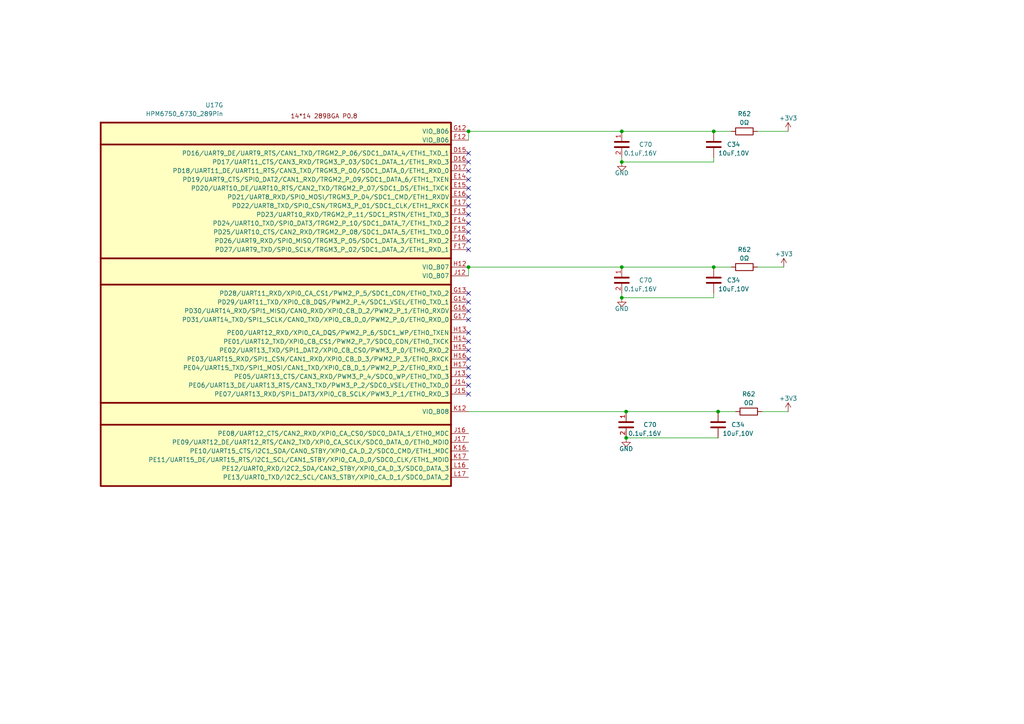
<source format=kicad_sch>
(kicad_sch (version 20230121) (generator eeschema)
  (paper "A4")
  (lib_symbols
    (symbol "0.1uF,16V_1" (pin_names (offset 0.254))
      (property "Reference" "C" (at 0.635 2.54 0))
      (property "Value" "0.1uF,16V_1" (at 0.635 -2.54 0))
      (symbol "0.1uF,16V_1_1_1"
        (pin passive line (at 0 3.81 270) (length 2.794) (name "~") (number "1"))
        (pin passive line (at 0 -3.81 90) (length 2.794) (name "~") (number "2"))
      )
    )
    (symbol "02_HPM_Resis:0Ω" (pin_numbers hide) (pin_names (offset 0))
      (property "Reference" "R" (at -3.81 0.635 0))
      (property "Value" "0Ω" (at 5.08 0.635 0))
      (symbol "0Ω_1_1"
        (pin passive line (at -3.81 0 0) (length 1.27) (name "~") (number "1"))
        (pin passive line (at 3.81 0 180) (length 1.27) (name "~") (number "2"))
      )
    )
    (symbol "03_HPM_CAP:10uF,10V" (pin_numbers hide) (pin_names (offset 0.254))
      (property "Reference" "C" (at 0.635 2.54 0))
      (property "Value" "10uF,10V" (at 0.635 -2.54 0))
      (symbol "10uF,10V_1_1"
        (pin passive line (at 0 3.81 270) (length 2.794) (name "~") (number "1"))
        (pin passive line (at 0 -3.81 90) (length 2.794) (name "~") (number "2"))
      )
    )
    (symbol "0_HPM6000_Library:HPM6750_6730_289Pin"
      (property "Reference" "U" (at 1.27 1.27 0))
      (property "Value" "HPM6750_6730_289Pin" (at 15.24 1.27 0))
      (symbol "HPM6750_6730_289Pin_0_0"
        (text "14*14 289BGA P0.8" (at 36.83 1.905 0) (effects (font (size 1.27 1.27))))
      )
      (symbol "HPM6750_6730_289Pin_1_1"
        (text "Analog_Domain" (at 11.43 -60.96 0) (effects (font (size 1.778 1.778))))
        (text "DCDC" (at 26.67 -7.62 0) (effects (font (size 1.27 1.27))))
        (text "DCDC_Domain" (at 10.16 -2.54 0) (effects (font (size 1.778 1.778))))
        (text "Vcore_Domain" (at 10.795 -37.465 0) (effects (font (size 1.778 1.778))))
        (pin power_out line (at 60.96 -86.36 180) (length 5.08) (name "VSS") (number "A1"))
        (pin power_out line (at 60.96 -88.9 180) (length 5.08) (name "VSS") (number "A17"))
        (pin power_out line (at 60.96 -93.98 180) (length 5.08) (name "VSS") (number "C11"))
        (pin power_out line (at 60.96 -91.44 180) (length 5.08) (name "VSS") (number "C7"))
        (pin power_out line (at 60.96 -99.06 180) (length 5.08) (name "VSS") (number "D14"))
        (pin power_out line (at 60.96 -96.52 180) (length 5.08) (name "VSS") (number "D4"))
        (pin power_out line (at 60.96 -111.76 180) (length 5.08) (name "VSS") (number "G10"))
        (pin power_out line (at 60.96 -114.3 180) (length 5.08) (name "VSS") (number "G11"))
        (pin power_out line (at 60.96 -116.84 180) (length 5.08) (name "VSS") (number "G15"))
        (pin power_out line (at 60.96 -101.6 180) (length 5.08) (name "VSS") (number "G3"))
        (pin power_out line (at 60.96 -104.14 180) (length 5.08) (name "VSS") (number "G7"))
        (pin power_out line (at 60.96 -106.68 180) (length 5.08) (name "VSS") (number "G8"))
        (pin power_out line (at 60.96 -109.22 180) (length 5.08) (name "VSS") (number "G9"))
        (pin power_in line (at 60.96 -43.18 180) (length 5.08) (name "VDD_SOC") (number "H10"))
        (pin power_out line (at 60.96 -121.92 180) (length 5.08) (name "VSS") (number "H11"))
        (pin power_out line (at 60.96 -119.38 180) (length 5.08) (name "VSS") (number "H7"))
        (pin power_in line (at 60.96 -38.1 180) (length 5.08) (name "VDD_SOC") (number "H8"))
        (pin power_in line (at 60.96 -40.64 180) (length 5.08) (name "VDD_SOC") (number "H9"))
        (pin power_in line (at 60.96 -50.8 180) (length 5.08) (name "VDD_SOC") (number "J10"))
        (pin power_out line (at 60.96 -83.82 180) (length 5.08) (name "VSS") (number "J11"))
        (pin power_out line (at 60.96 -124.46 180) (length 5.08) (name "VSS") (number "J7"))
        (pin power_in line (at 60.96 -45.72 180) (length 5.08) (name "VDD_SOC") (number "J8"))
        (pin power_in line (at 60.96 -48.26 180) (length 5.08) (name "VDD_SOC") (number "J9"))
        (pin power_out line (at -5.08 -86.36 0) (length 5.08) (name "VSS") (number "K11"))
        (pin power_out line (at -5.08 -83.82 0) (length 5.08) (name "VSS") (number "K7"))
        (pin power_in line (at 60.96 -53.34 180) (length 5.08) (name "VDD_SOC") (number "K8"))
        (pin power_in line (at 60.96 -55.88 180) (length 5.08) (name "VDD_SOC") (number "K9"))
        (pin power_out line (at -5.08 -99.06 0) (length 5.08) (name "VSS") (number "L10"))
        (pin power_out line (at -5.08 -101.6 0) (length 5.08) (name "VSS") (number "L11"))
        (pin power_out line (at -5.08 -104.14 0) (length 5.08) (name "VSS") (number "L15"))
        (pin power_out line (at -5.08 -88.9 0) (length 5.08) (name "VSS") (number "L3"))
        (pin power_out line (at -5.08 -91.44 0) (length 5.08) (name "VSS") (number "L7"))
        (pin power_out line (at -5.08 -93.98 0) (length 5.08) (name "VSS") (number "L8"))
        (pin power_out line (at -5.08 -96.52 0) (length 5.08) (name "VSS") (number "L9"))
        (pin power_in line (at -5.08 -64.77 0) (length 5.08) (name "VANA") (number "N12"))
        (pin power_in line (at 60.96 -64.77 180) (length 5.08) (name "VREFH") (number "P12"))
        (pin power_out line (at 60.96 -76.2 180) (length 5.08) (name "VREFL") (number "P13"))
        (pin power_out line (at -5.08 -109.22 0) (length 5.08) (name "VSS") (number "P14"))
        (pin power_out line (at -5.08 -106.68 0) (length 5.08) (name "VSS") (number "P4"))
        (pin power_out line (at -5.08 -17.78 0) (length 5.08) (name "DCDC_GND") (number "R1"))
        (pin power_out line (at 60.96 -127 180) (length 5.08) (name "VSS") (number "R11"))
        (pin power_out line (at -5.08 -20.32 0) (length 5.08) (name "DCDC_GND") (number "R2"))
        (pin power_in line (at 60.96 -27.94 180) (length 5.08) (name "DCDC_SNS") (number "R3"))
        (pin power_out line (at -5.08 -111.76 0) (length 5.08) (name "VSS") (number "R7"))
        (pin power_out line (at -5.08 -114.3 0) (length 5.08) (name "VSS") (number "R8"))
        (pin power_out line (at 60.96 -8.89 180) (length 5.08) (name "DCDC_LP") (number "T1"))
        (pin power_out line (at -5.08 -116.84 0) (length 5.08) (name "VSS") (number "T11"))
        (pin power_out line (at 60.96 -6.35 180) (length 5.08) (name "DCDC_LP") (number "T2"))
        (pin power_in line (at -5.08 -29.21 0) (length 5.08) (name "DCDC_PSW") (number "T3"))
        (pin power_out line (at -5.08 -121.92 0) (length 5.08) (name "VSS") (number "U1"))
        (pin power_out line (at -5.08 -119.38 0) (length 5.08) (name "VSS") (number "U11"))
        (pin power_out line (at -5.08 -124.46 0) (length 5.08) (name "VSS") (number "U17"))
        (pin power_in line (at -5.08 -6.35 0) (length 5.08) (name "DCDC_IN") (number "U2"))
        (pin power_in line (at -5.08 -8.89 0) (length 5.08) (name "DCDC_IN") (number "U3"))
      )
      (symbol "HPM6750_6730_289Pin_2_1"
        (text "OSC" (at 2.54 -2.54 0) (effects (font (size 1.27 1.27))))
        (text "PMC_Domain" (at 6.35 -12.065 0) (effects (font (size 1.27 1.27))))
        (text "VBAT_Domain" (at 31.115 -12.065 0) (effects (font (size 1.27 1.27))))
        (pin input line (at -5.08 -6.35 0) (length 5.08) (name "XTAL_IN") (number "T10"))
        (pin output line (at 43.18 -16.51 180) (length 5.08) (name "RTC_XTAL_OUT") (number "T8"))
        (pin output line (at -5.08 -16.51 0) (length 5.08) (name "XTAL_OUT") (number "U10"))
        (pin input line (at 43.18 -6.35 180) (length 5.08) (name "RTC_XTAL_IN") (number "U8"))
      )
      (symbol "HPM6750_6730_289Pin_3_1"
        (text "LDO" (at 67.31 -16.51 0) (effects (font (size 1.27 1.27))))
        (text "LDO" (at 67.31 -6.35 0) (effects (font (size 1.27 1.27))))
        (text "VPMC_Domain_IO" (at 8.255 -24.765 0) (effects (font (size 1.27 1.27))))
        (text "VPMC_Domain_Power" (at 10.16 -2.54 0) (effects (font (size 1.27 1.27))))
        (pin power_out line (at 143.51 -16.51 180) (length 5.08) (name "VDD_OTPCAP") (number "M7"))
        (pin power_out line (at 143.51 -6.35 180) (length 5.08) (name "VDD_PMCCAP") (number "M9"))
        (pin bidirectional line (at -5.08 -52.07 0) (length 5.08) (name "PY09/URT.CTS/UART_CTS/TMR_CAPT_2/SOC_PY_09/GPTMR6_CAPT_0/UART2_RXD/SPI1_MISO/DAOR_N/ACMP_COMP_3") (number "N5"))
        (pin bidirectional line (at -5.08 -41.91 0) (length 5.08) (name "PY05/PWDG_RST/TMR_CAPT_0/SOC_PY_05/GPTMR6_CAPT_1/UART5_CTS/I2C3_SDA/SPI1_CSN/CAN0_STBY/DAOL_N/ACMP_COMP_0") (number "N6"))
        (pin bidirectional line (at -5.08 -49.53 0) (length 5.08) (name "PY08/URT.RTS/TMR_COMP_2/SOC_PY_08/GPTMR6_COMP_0/UART2_TXD/SPI1_SCLK/DAOR_P/ACMP_COMP_2") (number "P5"))
        (pin bidirectional line (at -5.08 -39.37 0) (length 5.08) (name "PY04/JTAG.TRST/TMR_COMP_0/SOC_PY_04/GPTMR6_COMP_1/UART5_DE/UART5_RTS/I2C3_SCL/SPI1_MOSI/CAN2_STBY/DAOL_P/ACMP_COMP_1") (number "P6"))
        (pin power_in line (at -5.08 -10.16 0) (length 5.08) (name "VPMC") (number "R4"))
        (pin bidirectional line (at -5.08 -36.83 0) (length 5.08) (name "PY03/JTAG.TMS/TMR_COMP_3/SOC_PY_03/UART6_CTS/SPI3_CSN/CAN0_RXD") (number "R5"))
        (pin bidirectional line (at -5.08 -34.29 0) (length 5.08) (name "PY02/JTAG.TCK/TMR_COMP_2/SOC_PY_02/UART6_DE/UART6_RTS/SPI3_SCLK/CAN0_TXD/I2S1_MCLK") (number "R6"))
        (pin bidirectional line (at -5.08 -57.15 0) (length 5.08) (name "PY11/VAD.DAT/TMR_CAPT_3/SOC_PY_11/UART7_CTS/CAN2_RXD/I2S1_RXD_0/PDM0_D_0") (number "T4"))
        (pin bidirectional line (at -5.08 -46.99 0) (length 5.08) (name "PY07/PUART_RXD/TMR_CAPT_1/SOC_PY_07/UART0_RXD/CAN1_RXD/I2S1_BCLK") (number "T5"))
        (pin bidirectional line (at -5.08 -31.75 0) (length 5.08) (name "PY01/JTAG.TDI/TMR_COMP_1/SOC_PY_01/UART4_CTS/I2C2_SDA/SPI3_MISO/I2S1_FCLK") (number "T6"))
        (pin power_in line (at -5.08 -5.08 0) (length 5.08) (name "VPMC") (number "T7"))
        (pin bidirectional line (at -5.08 -54.61 0) (length 5.08) (name "PY10/VAD.CLK/TMR_COMP_3/SOC_PY_10/UART7_DE/UART7_RTS/CAN2_TXD/I2S1_RXD_1/PDM0_CLK") (number "U4"))
        (pin bidirectional line (at -5.08 -44.45 0) (length 5.08) (name "PY06/PUART_TXD/TMR_COMP_1/SOC_PY_06/UART0_TXD/CAN1_TXD/I2S1_TXD_0") (number "U5"))
        (pin bidirectional line (at -5.08 -29.21 0) (length 5.08) (name "PY00/JTAG.TDO/TMR_COMP_0/SOC_PY_00/UART4_DE/UART4_RTS/I2C2_SCL/SPI3_MOSI/I2S1_TXD_1") (number "U6"))
        (pin power_in line (at -5.08 -7.62 0) (length 5.08) (name "VPMC") (number "U7"))
      )
      (symbol "HPM6750_6730_289Pin_4_1"
        (text "BAT_Domain_IO" (at 7.62 -17.78 0) (effects (font (size 1.27 1.27))))
        (text "BAT_Domain_Power" (at 11.43 -2.54 0) (effects (font (size 1.27 1.27))))
        (text "LDO" (at 52.07 -7.62 0) (effects (font (size 1.27 1.27))))
        (pin power_out line (at 110.49 -7.62 180) (length 5.08) (name "VDD_BATCAP") (number "M8"))
        (pin bidirectional line (at -5.08 -31.75 0) (length 5.08) (name "PZ04/PLED/SOC_PZ_04/GPTMR7_CAPT_0/UART11_RXD/SPI0_MOSI/I2S0_FCLK/PDM0_D_3") (number "N10"))
        (pin bidirectional line (at -5.08 -26.67 0) (length 5.08) (name "PZ02/PBUTN/SOC_PZ_02/UART10_RXD/SPI0_CSN/PDM0_D_1") (number "N11"))
        (pin bidirectional line (at -5.08 -46.99 0) (length 5.08) (name "PZ10/SOC_PZ_10/GPTMR7_CAPT_1/UART14_RXD/I2C0_SDA/CAN1_STBY/ACMP_COMP_3") (number "N7"))
        (pin bidirectional line (at -5.08 -41.91 0) (length 5.08) (name "PZ08/SOC_PZ_08/GPTMR7_COMP_0/UART13_RXD/I2S0_RXD_0/ACMP_COMP_0") (number "N8"))
        (pin bidirectional line (at -5.08 -36.83 0) (length 5.08) (name "PZ06/SOC_PZ_06/GPTMR7_COMP_1/UART12_RXD/I2S0_BCLK/PDM0_CLK") (number "N9"))
        (pin bidirectional line (at -5.08 -34.29 0) (length 5.08) (name "PZ05/WLED/SOC_PZ_05/UART11_TXD/SPI0_MISO/PDM0_D_2") (number "P10"))
        (pin bidirectional line (at -5.08 -29.21 0) (length 5.08) (name "PZ03/WBUTN/SOC_PZ_03/UART10_TXD/SPI0_SCLK/PDM0_D_0") (number "P11"))
        (pin bidirectional line (at -5.08 -49.53 0) (length 5.08) (name "PZ11/TAMP_11/SOC_PZ_11/UART14_TXD/I2C0_SCL/CAN3_STBY/ACMP_COMP_2") (number "P7"))
        (pin bidirectional line (at -5.08 -44.45 0) (length 5.08) (name "PZ09/SOC_PZ_09/UART13_TXD/I2S0_MCLK/ACMP_COMP_1") (number "P8"))
        (pin bidirectional line (at -5.08 -39.37 0) (length 5.08) (name "PZ07/SOC_PZ_07/UART12_TXD/I2S0_TXD_0/PDM0_CLK") (number "P9"))
        (pin bidirectional line (at -5.08 -21.59 0) (length 5.08) (name "PZ00/PWR_ON/SOC_PZ_00/UART15_TXD/I2C1_SCL") (number "R10"))
        (pin bidirectional line (at -5.08 -24.13 0) (length 5.08) (name "PZ01/RESETN/SOC_PZ_01/UART15_RXD/I2C1_SDA") (number "R9"))
        (pin power_in line (at -5.08 -8.89 0) (length 5.08) (name "VBAT") (number "T9"))
        (pin power_in line (at -5.08 -6.35 0) (length 5.08) (name "VBAT") (number "U9"))
      )
      (symbol "HPM6750_6730_289Pin_5_1"
        (text "USB_IO" (at 5.08 -20.32 0) (effects (font (size 1.27 1.27))))
        (text "USB_Power" (at 6.35 -2.54 0) (effects (font (size 1.27 1.27))))
        (pin power_out line (at -5.08 -12.7 0) (length 5.08) (name "VDD_USB") (number "K10"))
        (pin power_in line (at -5.08 -10.16 0) (length 5.08) (name "VUSB") (number "M10"))
        (pin power_in line (at -5.08 -5.08 0) (length 5.08) (name "USB0_VBUS") (number "R12"))
        (pin power_in line (at -5.08 -7.62 0) (length 5.08) (name "USB1_VBUS") (number "R13"))
        (pin bidirectional line (at 33.02 -22.86 180) (length 5.08) (name "USB0_DN") (number "T12"))
        (pin bidirectional line (at 33.02 -31.75 180) (length 5.08) (name "USB1_DN") (number "T13"))
        (pin bidirectional line (at 33.02 -20.32 180) (length 5.08) (name "USB0_DP") (number "U12"))
        (pin bidirectional line (at 33.02 -29.21 180) (length 5.08) (name "USB1_DP") (number "U13"))
      )
      (symbol "HPM6750_6730_289Pin_6_1"
        (pin bidirectional line (at -5.08 -119.38 0) (length 5.08) (name "PC22/UART15_TXD/FEMC_A_12/XPI1_CA_D_0/TRGM2_P_00") (number "A10"))
        (pin bidirectional line (at -5.08 -129.54 0) (length 5.08) (name "PC26/UART0_TXD/FEMC_CLK/XPI1_CA_D_1/TRGM2_P_01") (number "A11"))
        (pin bidirectional line (at -5.08 -152.4 0) (length 5.08) (name "PC31/UART3_TXD/FEMC_DM_1/XPI1_CB_SCLK/PWM2_FAULT_0") (number "A12"))
        (pin bidirectional line (at -5.08 -165.1 0) (length 5.08) (name "PD04/UART4_TXD/FEMC_DQ_08/XPI1_CB_D_0/PWM2_P_0") (number "A13"))
        (pin bidirectional line (at -5.08 -172.72 0) (length 5.08) (name "PD07/UART5_TXD/FEMC_DQ_10/XPI1_CB_D_2/PWM2_P_2") (number "A14"))
        (pin bidirectional line (at -5.08 -180.34 0) (length 5.08) (name "PD10/UART6_DE/UART6_RTS/I2C2_SCL/CAN0_STBY/FEMC_DQ_12/XPI1_CA_SCLK/PWM2_P_4") (number "A15"))
        (pin bidirectional line (at -5.08 -187.96 0) (length 5.08) (name "PD13/UART7_DE/UART7_RTS/I2C3_SCL/CAN1_STBY/FEMC_DQ_14/XPI1_CA_CS0/PWM2_P_6") (number "A16"))
        (pin bidirectional line (at -5.08 -20.32 0) (length 5.08) (name "PB19/UART1_DE/UART1_RTS/CAN1_TXD/FEMC_DQ_24/PWM1_P_0") (number "A2"))
        (pin bidirectional line (at -5.08 -27.94 0) (length 5.08) (name "PB22/UART2_TXD/SPI2_MOSI/FEMC_DQ_26/PWM1_P_2") (number "A3"))
        (pin bidirectional line (at -5.08 -35.56 0) (length 5.08) (name "PB25/UART3_TXD/SPI2_MISO/FEMC_DQ_28/PWM1_P_4") (number "A4"))
        (pin bidirectional line (at -5.08 -48.26 0) (length 5.08) (name "PB30/UART4_TXD/SPI3_MOSI/FEMC_DQ_30/PWM1_P_6") (number "A5"))
        (pin bidirectional line (at -5.08 -60.96 0) (length 5.08) (name "PC03/UART7_TXD/SPI3_MISO/FEMC_DM_3/PWM1_FAULT_0") (number "A6"))
        (pin bidirectional line (at -5.08 -81.28 0) (length 5.08) (name "PC07/UART8_TXD/FEMC_A_05/XPI1_CB_D_2/TRGM0_P_02") (number "A7"))
        (pin bidirectional line (at -5.08 -93.98 0) (length 5.08) (name "PC12/UART9_TXD/FEMC_A_08/XPI1_CB_D_0/TRGM0_P_01") (number "A8"))
        (pin bidirectional line (at -5.08 -106.68 0) (length 5.08) (name "PC17/UART14_TXD/FEMC_A_09/XPI1_CA_SCLK/TRGM0_P_00") (number "A9"))
        (pin bidirectional line (at -5.08 -12.7 0) (length 5.08) (name "PB16/UART0_DE/DAOR_N/PWM1_FAULT_1") (number "B1"))
        (pin bidirectional line (at -5.08 -116.84 0) (length 5.08) (name "PC21/UART15_RXD/FEMC_A_11/XPI1_CA_D_2/TRGM2_P_03") (number "B10"))
        (pin bidirectional line (at -5.08 -127 0) (length 5.08) (name "PC25/UART0_RXD/FEMC_CKE/XPI1_CA_D_3/TRGM2_P_04") (number "B11"))
        (pin bidirectional line (at -5.08 -149.86 0) (length 5.08) (name "PC30/UART3_RXD/FEMC_DM_0/XPI1_CB_CS0/TRGM2_P_05") (number "B12"))
        (pin bidirectional line (at -5.08 -162.56 0) (length 5.08) (name "PD03/UART4_RXD/FEMC_DQ_09/XPI1_CB_D_1/PWM2_P_1") (number "B13"))
        (pin bidirectional line (at -5.08 -170.18 0) (length 5.08) (name "PD06/UART5_RXD/FEMC_DQ_11/XPI1_CB_D_3/PWM2_P_3") (number "B14"))
        (pin bidirectional line (at -5.08 -177.8 0) (length 5.08) (name "PD09/UART6_CTS/I2C2_SDA/CAN2_STBY/FEMC_DQ_13/XPI1_CA_DQS/PWM2_P_5") (number "B15"))
        (pin bidirectional line (at -5.08 -185.42 0) (length 5.08) (name "PD12/UART7_CTS/I2C3_SDA/CAN3_STBY/FEMC_DQ_15/XPI1_CA_D_1/PWM2_P_7/ETH0_MDC") (number "B16"))
        (pin bidirectional line (at -5.08 -193.04 0) (length 5.08) (name "PD15/UART8_DE/XPI1_CA_D_0/PWM2_FAULT_1/ETH0_MDIO") (number "B17"))
        (pin bidirectional line (at -5.08 -17.78 0) (length 5.08) (name "PB18/UART1_CTS/CAN1_RXD/DAOL_N/FEMC_DQ_25/PWM1_P_1") (number "B2"))
        (pin bidirectional line (at -5.08 -25.4 0) (length 5.08) (name "PB21/UART2_RXD/SPI2_SCLK/FEMC_DQ_27/PWM1_P_3") (number "B3"))
        (pin bidirectional line (at -5.08 -33.02 0) (length 5.08) (name "PB24/UART3_RXD/SPI2_CSN/FEMC_DQ_29/PWM1_P_5") (number "B4"))
        (pin bidirectional line (at -5.08 -45.72 0) (length 5.08) (name "PB29/UART4_RXD/SPI3_CSN/FEMC_DQ_31/PWM1_P_7") (number "B5"))
        (pin bidirectional line (at -5.08 -58.42 0) (length 5.08) (name "PC02/UART7_RXD/SPI3_SCLK/FEMC_DM_2/TRGM0_P_03") (number "B6"))
        (pin bidirectional line (at -5.08 -78.74 0) (length 5.08) (name "PC06/UART8_RXD/FEMC_A_04/XPI1_CB_D_3/TRGM0_P_04") (number "B7"))
        (pin bidirectional line (at -5.08 -91.44 0) (length 5.08) (name "PC11/UART9_RXD/FEMC_A_07/XPI1_CB_D_1/TRGM0_P_05") (number "B8"))
        (pin bidirectional line (at -5.08 -104.14 0) (length 5.08) (name "PC16/UART14_RXD/FEMC_DQS/XPI1_CA_CS0/TRGM2_P_02") (number "B9"))
        (pin bidirectional line (at -5.08 -10.16 0) (length 5.08) (name "PB15/UART0_DE/UART0_RTS/CAN0_TXD/DAOR_P/PWM0_FAULT_0/SOC_REF0") (number "C1"))
        (pin bidirectional line (at -5.08 -114.3 0) (length 5.08) (name "PC20/UART12_RXD/FEMC_CS_1/XPI1_CA_DQS/TRGM3_P_06") (number "C10"))
        (pin bidirectional line (at -5.08 -147.32 0) (length 5.08) (name "PC29/UART7_TXD/FEMC_DQ_07/XPI1_CB_CS1/PWM3_P_7/ETH1_EVTI_0") (number "C12"))
        (pin bidirectional line (at -5.08 -160.02 0) (length 5.08) (name "PD02/UART7_RXD/FEMC_DQ_04/XPI1_CB_DQS/PWM3_P_4/ETH1_EVTI_1") (number "C13"))
        (pin bidirectional line (at -5.08 -167.64 0) (length 5.08) (name "PD05/UART5_DE/UART5_RTS/I2C1_SCL/FEMC_DQ_01/PWM3_P_1/ETH1_EVTI_3") (number "C14"))
        (pin bidirectional line (at -5.08 -175.26 0) (length 5.08) (name "PD08/UART5_CTS/I2C1_SDA/FEMC_DQ_00/XPI1_CA_CS1/PWM3_P_0/ETH1_EVTI_2") (number "C15"))
        (pin bidirectional line (at -5.08 -182.88 0) (length 5.08) (name "PD11/UART8_CTS/CAN0_RXD/XPI1_CA_D_3/PWM3_FAULT_1/ETH1_MDC") (number "C16"))
        (pin bidirectional line (at -5.08 -190.5 0) (length 5.08) (name "PD14/UART8_DE/UART8_RTS/CAN0_TXD/XPI1_CA_D_2/PWM3_FAULT_0/ETH1_MDIO") (number "C17"))
        (pin bidirectional line (at -5.08 -15.24 0) (length 5.08) (name "PB17/UART0_CTS/CAN0_RXD/DAOL_P/PWM0_FAULT_1") (number "C2"))
        (pin bidirectional line (at -5.08 -22.86 0) (length 5.08) (name "PB20/UART3_CTS/SPI2_DAT3/CAN3_RXD/FEMC_DQ_23/PWM0_P_7") (number "C3"))
        (pin bidirectional line (at -5.08 -30.48 0) (length 5.08) (name "PB23/UART0_TXD/SPI2_DAT2/FEMC_DQ_22/PWM0_P_6") (number "C4"))
        (pin bidirectional line (at -5.08 -43.18 0) (length 5.08) (name "PB28/UART0_RXD/SPI3_DAT2/FEMC_DQ_19/PWM0_P_3") (number "C5"))
        (pin bidirectional line (at -5.08 -55.88 0) (length 5.08) (name "PC01/UART6_TXD/SPI3_DAT3/FEMC_DQ_16/PWM0_P_0") (number "C6"))
        (pin bidirectional line (at -5.08 -88.9 0) (length 5.08) (name "PC10/UART6_RXD/FEMC_A_06/XPI1_CB_CS0/TRGM1_P_07") (number "C8"))
        (pin bidirectional line (at -5.08 -101.6 0) (length 5.08) (name "PC15/UART12_TXD/FEMC_A_10/XPI1_CB_SCLK/TRGM1_P_06") (number "C9"))
        (pin bidirectional line (at -5.08 -111.76 0) (length 5.08) (name "PC19/UART1_TXD/FEMC_CS_0/XPI1_CA_CS1/TRGM3_P_08/ETH1_EVTI_0") (number "D10"))
        (pin bidirectional line (at -5.08 -124.46 0) (length 5.08) (name "PC24/UART2_TXD/FEMC_WE/TRGM3_P_09/ETH1_EVTI_1") (number "D11"))
        (pin bidirectional line (at -5.08 -144.78 0) (length 5.08) (name "PC28/UART6_TXD/FEMC_DQ_06/PWM3_P_6/ETH1_EVTO_0") (number "D12"))
        (pin bidirectional line (at -5.08 -157.48 0) (length 5.08) (name "PD01/UART4_DE/UART4_RTS/I2C0_SCL/FEMC_DQ_03/PWM3_P_3/ETH1_EVTO_1") (number "D13"))
        (pin bidirectional line (at -5.08 -40.64 0) (length 5.08) (name "PB27/UART1_TXD/FEMC_DQ_20/PWM0_P_4") (number "D5"))
        (pin bidirectional line (at -5.08 -53.34 0) (length 5.08) (name "PC00/UART5_TXD/FEMC_DQ_17/PWM0_P_1") (number "D6"))
        (pin bidirectional line (at -5.08 -76.2 0) (length 5.08) (name "PC05/UART10_TXD/FEMC_A_03/TRGM1_P_09") (number "D7"))
        (pin bidirectional line (at -5.08 -86.36 0) (length 5.08) (name "PC09/UART11_TXD/FEMC_A_01/XPI1_CB_CS1/TRGM1_P_08/ETH1_EVTO_0") (number "D8"))
        (pin bidirectional line (at -5.08 -99.06 0) (length 5.08) (name "PC14/UART13_TXD/FEMC_BA1/XPI1_CB_DQS/TRGM3_P_07/ETH1_EVTO_1") (number "D9"))
        (pin bidirectional line (at -5.08 -109.22 0) (length 5.08) (name "PC18/UART1_RXD/FEMC_RAS/TRGM3_P_10/ETH1_EVTI_3") (number "E10"))
        (pin bidirectional line (at -5.08 -121.92 0) (length 5.08) (name "PC23/UART2_RXD/FEMC_CAS/TRGM3_P_11/ETH1_EVTI_2") (number "E11"))
        (pin bidirectional line (at -5.08 -142.24 0) (length 5.08) (name "PC27/UART6_RXD/FEMC_DQ_05/PWM3_P_5/ETH1_EVTO_2") (number "E12"))
        (pin bidirectional line (at -5.08 -154.94 0) (length 5.08) (name "PD00/UART4_CTS/I2C0_SDA/FEMC_DQ_02/PWM3_P_2/ETH1_EVTO_3") (number "E13"))
        (pin bidirectional line (at -5.08 -38.1 0) (length 5.08) (name "PB26/UART1_RXD/FEMC_DQ_21/PWM0_P_5") (number "E5"))
        (pin bidirectional line (at -5.08 -50.8 0) (length 5.08) (name "PB31/UART5_RXD/FEMC_DQ_18/PWM0_P_2") (number "E6"))
        (pin bidirectional line (at -5.08 -73.66 0) (length 5.08) (name "PC04/UART10_RXD/FEMC_A_02/TRGM1_P_11") (number "E7"))
        (pin bidirectional line (at -5.08 -83.82 0) (length 5.08) (name "PC08/UART11_RXD/FEMC_A_00/TRGM1_P_10/ETH1_EVTO_2") (number "E8"))
        (pin bidirectional line (at -5.08 -96.52 0) (length 5.08) (name "PC13/UART13_RXD/FEMC_BA0/ETH1_EVTO_3") (number "E9"))
        (pin power_in line (at -5.08 -137.16 0) (length 5.08) (name "VIO_B05") (number "F10"))
        (pin power_in line (at -5.08 -134.62 0) (length 5.08) (name "VIO_B05") (number "F11"))
        (pin power_in line (at -5.08 -2.54 0) (length 5.08) (name "VIO_B03") (number "F6"))
        (pin power_in line (at -5.08 -5.08 0) (length 5.08) (name "VIO_B03") (number "F7"))
        (pin power_in line (at -5.08 -68.58 0) (length 5.08) (name "VIO_B04") (number "F8"))
        (pin power_in line (at -5.08 -66.04 0) (length 5.08) (name "VIO_B04") (number "F9"))
      )
      (symbol "HPM6750_6730_289Pin_7_1"
        (pin bidirectional line (at -5.08 -8.89 0) (length 5.08) (name "PD16/UART9_DE/UART9_RTS/CAN1_TXD/TRGM2_P_06/SDC1_DATA_4/ETH1_TXD_1") (number "D15"))
        (pin bidirectional line (at -5.08 -11.43 0) (length 5.08) (name "PD17/UART11_CTS/CAN3_RXD/TRGM3_P_03/SDC1_DATA_1/ETH1_RXD_3") (number "D16"))
        (pin bidirectional line (at -5.08 -13.97 0) (length 5.08) (name "PD18/UART11_DE/UART11_RTS/CAN3_TXD/TRGM3_P_00/SDC1_DATA_0/ETH1_RXD_0") (number "D17"))
        (pin bidirectional line (at -5.08 -16.51 0) (length 5.08) (name "PD19/UART9_CTS/SPI0_DAT2/CAN1_RXD/TRGM2_P_09/SDC1_DATA_6/ETH1_TXEN") (number "E14"))
        (pin bidirectional line (at -5.08 -19.05 0) (length 5.08) (name "PD20/UART10_DE/UART10_RTS/CAN2_TXD/TRGM2_P_07/SDC1_DS/ETH1_TXCK") (number "E15"))
        (pin bidirectional line (at -5.08 -21.59 0) (length 5.08) (name "PD21/UART8_RXD/SPI0_MOSI/TRGM3_P_04/SDC1_CMD/ETH1_RXDV") (number "E16"))
        (pin bidirectional line (at -5.08 -24.13 0) (length 5.08) (name "PD22/UART8_TXD/SPI0_CSN/TRGM3_P_01/SDC1_CLK/ETH1_RXCK") (number "E17"))
        (pin power_in line (at -5.08 -5.08 0) (length 5.08) (name "VIO_B06") (number "F12"))
        (pin bidirectional line (at -5.08 -26.67 0) (length 5.08) (name "PD23/UART10_RXD/TRGM2_P_11/SDC1_RSTN/ETH1_TXD_3") (number "F13"))
        (pin bidirectional line (at -5.08 -29.21 0) (length 5.08) (name "PD24/UART10_TXD/SPI0_DAT3/TRGM2_P_10/SDC1_DATA_7/ETH1_TXD_2") (number "F14"))
        (pin bidirectional line (at -5.08 -31.75 0) (length 5.08) (name "PD25/UART10_CTS/CAN2_RXD/TRGM2_P_08/SDC1_DATA_5/ETH1_TXD_0") (number "F15"))
        (pin bidirectional line (at -5.08 -34.29 0) (length 5.08) (name "PD26/UART9_RXD/SPI0_MISO/TRGM3_P_05/SDC1_DATA_3/ETH1_RXD_2") (number "F16"))
        (pin bidirectional line (at -5.08 -36.83 0) (length 5.08) (name "PD27/UART9_TXD/SPI0_SCLK/TRGM3_P_02/SDC1_DATA_2/ETH1_RXD_1") (number "F17"))
        (pin power_in line (at -5.08 -2.54 0) (length 5.08) (name "VIO_B06") (number "G12"))
        (pin bidirectional line (at -5.08 -49.53 0) (length 5.08) (name "PD28/UART11_RXD/XPI0_CA_CS1/PWM2_P_5/SDC1_CDN/ETH0_TXD_2") (number "G13"))
        (pin bidirectional line (at -5.08 -52.07 0) (length 5.08) (name "PD29/UART11_TXD/XPI0_CB_DQS/PWM2_P_4/SDC1_VSEL/ETH0_TXD_1") (number "G14"))
        (pin bidirectional line (at -5.08 -54.61 0) (length 5.08) (name "PD30/UART14_RXD/SPI1_MISO/CAN0_RXD/XPI0_CB_D_2/PWM2_P_1/ETH0_RXDV") (number "G16"))
        (pin bidirectional line (at -5.08 -57.15 0) (length 5.08) (name "PD31/UART14_TXD/SPI1_SCLK/CAN0_TXD/XPI0_CB_D_0/PWM2_P_0/ETH0_RXD_0") (number "G17"))
        (pin power_in line (at -5.08 -41.91 0) (length 5.08) (name "VIO_B07") (number "H12"))
        (pin bidirectional line (at -5.08 -60.96 0) (length 5.08) (name "PE00/UART12_RXD/XPI0_CA_DQS/PWM2_P_6/SDC1_WP/ETH0_TXEN") (number "H13"))
        (pin bidirectional line (at -5.08 -63.5 0) (length 5.08) (name "PE01/UART12_TXD/XPI0_CB_CS1/PWM2_P_7/SDC0_CDN/ETH0_TXCK") (number "H14"))
        (pin bidirectional line (at -5.08 -66.04 0) (length 5.08) (name "PE02/UART13_TXD/SPI1_DAT2/XPI0_CB_CS0/PWM3_P_0/ETH0_RXD_2") (number "H15"))
        (pin bidirectional line (at -5.08 -68.58 0) (length 5.08) (name "PE03/UART15_RXD/SPI1_CSN/CAN1_RXD/XPI0_CB_D_3/PWM2_P_3/ETH0_RXCK") (number "H16"))
        (pin bidirectional line (at -5.08 -71.12 0) (length 5.08) (name "PE04/UART15_TXD/SPI1_MOSI/CAN1_TXD/XPI0_CB_D_1/PWM2_P_2/ETH0_RXD_1") (number "H17"))
        (pin power_in line (at -5.08 -44.45 0) (length 5.08) (name "VIO_B07") (number "J12"))
        (pin bidirectional line (at -5.08 -73.66 0) (length 5.08) (name "PE05/UART13_CTS/CAN3_RXD/PWM3_P_4/SDC0_WP/ETH0_TXD_3") (number "J13"))
        (pin bidirectional line (at -5.08 -76.2 0) (length 5.08) (name "PE06/UART13_DE/UART13_RTS/CAN3_TXD/PWM3_P_2/SDC0_VSEL/ETH0_TXD_0") (number "J14"))
        (pin bidirectional line (at -5.08 -78.74 0) (length 5.08) (name "PE07/UART13_RXD/SPI1_DAT3/XPI0_CB_SCLK/PWM3_P_1/ETH0_RXD_3") (number "J15"))
        (pin bidirectional line (at -5.08 -90.17 0) (length 5.08) (name "PE08/UART12_CTS/CAN2_RXD/XPI0_CA_CS0/SDC0_DATA_1/ETH0_MDC") (number "J16"))
        (pin bidirectional line (at -5.08 -92.71 0) (length 5.08) (name "PE09/UART12_DE/UART12_RTS/CAN2_TXD/XPI0_CA_SCLK/SDC0_DATA_0/ETH0_MDIO") (number "J17"))
        (pin power_in line (at -5.08 -83.82 0) (length 5.08) (name "VIO_B08") (number "K12"))
        (pin bidirectional line (at -5.08 -95.25 0) (length 5.08) (name "PE10/UART15_CTS/I2C1_SDA/CAN0_STBY/XPI0_CA_D_2/SDC0_CMD/ETH1_MDC") (number "K16"))
        (pin bidirectional line (at -5.08 -97.79 0) (length 5.08) (name "PE11/UART15_DE/UART15_RTS/I2C1_SCL/CAN1_STBY/XPI0_CA_D_0/SDC0_CLK/ETH1_MDIO") (number "K17"))
        (pin bidirectional line (at -5.08 -100.33 0) (length 5.08) (name "PE12/UART0_RXD/I2C2_SDA/CAN2_STBY/XPI0_CA_D_3/SDC0_DATA_3") (number "L16"))
        (pin bidirectional line (at -5.08 -102.87 0) (length 5.08) (name "PE13/UART0_TXD/I2C2_SCL/CAN3_STBY/XPI0_CA_D_1/SDC0_DATA_2") (number "L17"))
      )
      (symbol "HPM6750_6730_289Pin_8_1"
        (pin bidirectional line (at -5.08 -151.13 0) (length 5.08) (name "PB14/UART15_DE/UART15_RTS/I2C3_SCL/CAN0_STBY/I2S3_TXD_0/TRGM1_P_00/CAM1_D_9") (number "D1"))
        (pin bidirectional line (at -5.08 -148.59 0) (length 5.08) (name "PB13/UART15_CTS/I2C3_SDA/CAN1_STBY/I2S3_TXD_1/TRGM1_P_03/CAM1_D_8") (number "D2"))
        (pin bidirectional line (at -5.08 -146.05 0) (length 5.08) (name "PB12/UART3_DE/UART3_RTS/CAN3_TXD/I2S3_TXD_2/I2S2_TXD_0/TRGM0_P_06/CAM1_D_7") (number "D3"))
        (pin bidirectional line (at -5.08 -143.51 0) (length 5.08) (name "PB11/UART12_DE/UART12_RTS/I2C0_SCL/CAN2_STBY/I2S3_FCLK/TRGM1_P_01/CAM1_VSYNC") (number "E1"))
        (pin bidirectional line (at -5.08 -140.97 0) (length 5.08) (name "PB10/UART12_CTS/I2C0_SDA/CAN3_STBY/I2S3_BCLK/TRGM1_P_04/CAM1_XCLK") (number "E2"))
        (pin bidirectional line (at -5.08 -138.43 0) (length 5.08) (name "PB09/UART2_DE/UART2_RTS/CAN2_TXD/I2S3_MCLK/I2S2_MCLK/TRGM0_P_07/CAM1_D_5") (number "E3"))
        (pin bidirectional line (at -5.08 -135.89 0) (length 5.08) (name "PB08/UART2_CTS/CAN2_RXD/I2S3_TXD_3/I2S2_BCLK/TRGM0_P_09/CAM1_D_3") (number "E4"))
        (pin bidirectional line (at -5.08 -133.35 0) (length 5.08) (name "PB07/UART15_TXD/I2S3_RXD_0/TRGM1_P_02/DIS0_B_1/CAM1_HSYNC/SYSCTL_CLK_OBS_3") (number "F1"))
        (pin bidirectional line (at -5.08 -130.81 0) (length 5.08) (name "PB06/UART15_RXD/I2S3_RXD_1/TRGM1_P_05/DIS0_G_0/CAM1_PIXCLK/SYSCTL_CLK_OBS_2") (number "F2"))
        (pin bidirectional line (at -5.08 -128.27 0) (length 5.08) (name "PB05/UART13_RXD/I2S3_RXD_2/I2S2_RXD_0/TRGM0_P_08/DIS0_B_0/CAM1_D_6") (number "F3"))
        (pin bidirectional line (at -5.08 -125.73 0) (length 5.08) (name "PB04/UART14_DE/UART14_RTS/I2C2_SCL/I2S3_RXD_3/I2S2_FCLK/TRGM0_P_10/DIS0_R_1/CAM1_D_4") (number "F4"))
        (pin bidirectional line (at -5.08 -123.19 0) (length 5.08) (name "PB03/UART14_CTS/I2C2_SDA/I2S3_MCLK/TRGM0_P_11/DIS0_R_0/CAM1_D_2") (number "F5"))
        (pin bidirectional line (at -5.08 -110.49 0) (length 5.08) (name "PB02/UART14_TXD/I2S2_RXD_2/I2S3_RXD_2/PWM1_P_0/DIS0_B_2/SYSCTL_CLK_OBS_0") (number "G1"))
        (pin bidirectional line (at -5.08 -107.95 0) (length 5.08) (name "PB01/UART14_RXD/I2S2_RXD_3/I2S3_RXD_3/PWM1_P_2/DIS0_G_1/SYSCTL_CLK_OBS_1") (number "G2"))
        (pin bidirectional line (at -5.08 -105.41 0) (length 5.08) (name "PB00/UART13_DE/UART13_RTS/I2C1_SCL/SPI2_SCLK/I2S3_TXD_2/PWM0_P_2/DIS0_R_2") (number "G4"))
        (pin bidirectional line (at -5.08 -101.6 0) (length 5.08) (name "PA31/UART13_CTS/I2C1_SDA/SPI2_MISO/I2S3_TXD_3/PWM0_P_3/DIS0_R_3") (number "G5"))
        (pin power_in line (at -5.08 -118.11 0) (length 5.08) (name "VIO_B02") (number "G6"))
        (pin bidirectional line (at -5.08 -99.06 0) (length 5.08) (name "PA30/UART9_TXD/CAN3_TXD/I2S2_RXD_0/I2S3_RXD_0/PWM1_P_1/DIS0_G_6/CAM0_D_8") (number "H1"))
        (pin bidirectional line (at -5.08 -96.52 0) (length 5.08) (name "PA29/UART9_RXD/CAN3_RXD/I2S2_RXD_1/I2S3_RXD_1/PWM1_P_3/DIS0_G_4/CAM0_D_9") (number "H2"))
        (pin bidirectional line (at -5.08 -93.98 0) (length 5.08) (name "PA28/UART13_TXD/I2S3_BCLK/PWM0_P_0/DIS0_R_7/CAM0_D_5") (number "H3"))
        (pin bidirectional line (at -5.08 -91.44 0) (length 5.08) (name "PA27/UART12_TXD/SPI2_MOSI/I2S3_TXD_0/DAOR_N/PWM0_P_4/DIS0_R_6") (number "H4"))
        (pin bidirectional line (at -5.08 -88.9 0) (length 5.08) (name "PA26/UART12_RXD/SPI2_CSN/I2S3_TXD_1/DAOL_N/PWM0_P_5/DIS0_R_4") (number "H5"))
        (pin power_in line (at -5.08 -115.57 0) (length 5.08) (name "VIO_B02") (number "H6"))
        (pin bidirectional line (at -5.08 -86.36 0) (length 5.08) (name "PA25/UART8_TXD/CAN2_TXD/I2S2_BCLK/PWM1_P_4/DIS0_G_7/CAM0_D_7") (number "J1"))
        (pin bidirectional line (at -5.08 -83.82 0) (length 5.08) (name "PA24/UART8_RXD/CAN2_RXD/I2S2_FCLK/PWM1_P_5/DIS0_G_5/CAM0_D_6") (number "J2"))
        (pin bidirectional line (at -5.08 -81.28 0) (length 5.08) (name "PA23/UART10_RXD/SPI1_MISO/I2S2_MCLK/PWM0_P_1/DIS0_G_3/CAM0_D_3") (number "J3"))
        (pin bidirectional line (at -5.08 -78.74 0) (length 5.08) (name "PA22/UART11_TXD/I2S1_FCLK/DAOR_P/PWM0_P_6/DIS0_G_2/CAM0_D_2") (number "J4"))
        (pin bidirectional line (at -5.08 -76.2 0) (length 5.08) (name "PA21/UART11_RXD/SPI1_SCLK/I2S3_BCLK/DAOL_P/PWM0_P_7/DIS0_R_5") (number "J5"))
        (pin power_in line (at -5.08 -46.99 0) (length 5.08) (name "VIO_B01") (number "J6"))
        (pin bidirectional line (at -5.08 -73.66 0) (length 5.08) (name "PA20/GPTMR0_CAPT_0/UART11_DE/UART11_RTS/CAN1_TXD/I2S2_TXD_0/I2S1_TXD_0/PWM1_P_6/DIS0_CLK") (number "K1"))
        (pin bidirectional line (at -5.08 -71.12 0) (length 5.08) (name "PA19/GPTMR0_CAPT_1/UART11_CTS/CAN1_RXD/I2S2_TXD_1/I2S1_TXD_1/PWM1_P_7/DIS0_HSYNC") (number "K2"))
        (pin bidirectional line (at -5.08 -68.58 0) (length 5.08) (name "PA18/UART10_TXD/SPI1_CSN/I2S1_BCLK/DIS0_B_7/CAM0_D_4") (number "K3"))
        (pin bidirectional line (at -5.08 -66.04 0) (length 5.08) (name "PA17/GPTMR1_CAPT_0/UART10_DE/UART10_RTS/CAN0_TXD/I2S1_RXD_0/DIS0_B_5/CAM0_VSYNC") (number "K4"))
        (pin bidirectional line (at -5.08 -63.5 0) (length 5.08) (name "PA16/GPTMR1_CAPT_1/UART10_CTS/SPI1_MOSI/CAN0_RXD/I2S1_RXD_1/DIS0_B_3/CAM0_XCLK") (number "K5"))
        (pin power_in line (at -5.08 -44.45 0) (length 5.08) (name "VIO_B01") (number "K6"))
        (pin bidirectional line (at -5.08 -60.96 0) (length 5.08) (name "PA15/GPTMR0_CAPT_0/UART8_DE/UART8_RTS/I2C2_SCL/CAN0_STBY/I2S2_TXD_2/I2S1_TXD_2/DIS0_EN") (number "L1"))
        (pin bidirectional line (at -5.08 -58.42 0) (length 5.08) (name "PA14/GPTMR0_CAPT_1/UART8_CTS/I2C2_SDA/CAN1_STBY/I2S2_TXD_3/I2S1_TXD_3/DIS0_VSYNC") (number "L2"))
        (pin bidirectional line (at -5.08 -55.88 0) (length 5.08) (name "PA13/GPTMR1_CAPT_0/UART9_RTS/I2C3_SCL/SPI1_DAT2/I2S1_RXD_2/DIS0_B_6/CAM0_HSYNC") (number "L4"))
        (pin bidirectional line (at -5.08 -53.34 0) (length 5.08) (name "PA12/GPTMR1_CAPT_1/UART9_CTS/I2C3_SDA/SPI1_DAT3/I2S1_RXD_3/DIS0_B_4/CAM0_PIXCLK") (number "L5"))
        (pin power_in line (at -5.08 -5.08 0) (length 5.08) (name "VIO_B00") (number "L6"))
        (pin bidirectional line (at -5.08 -39.37 0) (length 5.08) (name "PA11/GPTMR0_COMP_0/UART7_TXD/I2C1_SCL/CAN2_STBY/I2S1_RXD_0/DAOR_N/CAM0_PIXCLK") (number "M1"))
        (pin bidirectional line (at -5.08 -36.83 0) (length 5.08) (name "PA10/GPTMR0_COMP_1/UART7_RXD/I2C1_SDA/CAN3_STBY/I2S1_RXD_1/DAOL_N/CAM0_XCLK") (number "M2"))
        (pin bidirectional line (at -5.08 -34.29 0) (length 5.08) (name "PA09/UART4_RXD/I2S1_RXD_2/I2S2_RXD_0/CAM0_D_5/SOC_REF0") (number "M3"))
        (pin bidirectional line (at -5.08 -31.75 0) (length 5.08) (name "PA08/GPTMR1_COMP_0/UART5_TXD/I2S1_RXD_3/I2S2_FCLK/CAM0_D_4") (number "M4"))
        (pin bidirectional line (at -5.08 -29.21 0) (length 5.08) (name "PA07/GPTMR1_COMP_1/UART5_RXD/I2S1_MCLK/CAM0_D_2/SOC_REF1") (number "M5"))
        (pin power_in line (at -5.08 -2.54 0) (length 5.08) (name "VIO_B00") (number "M6"))
        (pin bidirectional line (at -5.08 -26.67 0) (length 5.08) (name "PA06/GPTMR0_COMP_0/UART6_TXD/I2C0_SCL/SPI0_MOSI/I2S1_FCLK/DAOR_P/CAM0_VSYNC") (number "N1"))
        (pin bidirectional line (at -5.08 -24.13 0) (length 5.08) (name "PA05/GPTMR0_COMP_1/UART6_RXD/I2C0_SDA/SPI0_CSN/I2S1_BCLK/DAOL_P/CAM0_HSYNC") (number "N2"))
        (pin bidirectional line (at -5.08 -21.59 0) (length 5.08) (name "PA04/GPTMR1_COMP_0/UART4_TXD/SPI0_DAT2/I2S1_MCLK/I2S2_MCLK/CAM0_D_7") (number "N3"))
        (pin bidirectional line (at -5.08 -19.05 0) (length 5.08) (name "PA03/GPTMR1_COMP_1/UART3_RXD/I2S1_TXD_3/I2S2_BCLK/CAM0_D_3") (number "N4"))
        (pin bidirectional line (at -5.08 -16.51 0) (length 5.08) (name "PA02/UART1_TXD/SPI0_MISO/CAN3_TXD/I2S1_TXD_0/CAM0_D_9") (number "P1"))
        (pin bidirectional line (at -5.08 -13.97 0) (length 5.08) (name "PA01/UART1_RXD/SPI0_SCLK/CAN3_RXD/I2S1_TXD_1/CAM0_D_8") (number "P2"))
        (pin bidirectional line (at -5.08 -11.43 0) (length 5.08) (name "PA00/UART3_TXD/SPI0_DAT3/I2S1_TXD_2/I2S2_TXD_0/CAM0_D_6") (number "P3"))
      )
      (symbol "HPM6750_6730_289Pin_9_1"
        (pin bidirectional line (at -5.08 -10.16 0) (length 5.08) (name "PE14/GPTMR3_CAPT_0/UART14_CTS/I2C0_SDA/I2S0_TXD_2/PWM3_P_5/SDC1_WP/ETH1_TXEN/ETH0_EVTO_3/ADC0_VINP0/ADC1_VINP0/ADC2_VINP0") (number "K13"))
        (pin bidirectional line (at -5.08 -12.7 0) (length 5.08) (name "PE15/UART14_DE/UART14_RTS/I2C0_SCL/I2S0_TXD_1/SDC1_CDN/ETH1_RXDV/ETH0_EVTO_0/ADC0_VINP1/ADC1_VINP1/ADC2_VINP1") (number "K14"))
        (pin bidirectional line (at -5.08 -15.24 0) (length 5.08) (name "PE16/GPTMR2_COMP_1/UART2_TXD/I2S0_MCLK/PWM3_P_3/SDC1_VSEL/ETH1_REFCLK/ADC0_VINP2/ADC1_VINP2/ADC2_VINP2") (number "K15"))
        (pin power_in line (at -5.08 -60.96 0) (length 5.08) (name "VIO_B09") (number "L12"))
        (pin bidirectional line (at -5.08 -17.78 0) (length 5.08) (name "PE17/GPTMR3_CAPT_1/UART3_RXD/I2S0_TXD_3/PWM3_P_6/SDC0_WP/ETH1_TXD_1/ETH0_EVTO_2/ADC0_VINP3/ADC1_VINP3/ADC2_VINP3") (number "L13"))
        (pin bidirectional line (at -5.08 -20.32 0) (length 5.08) (name "PE18/GPTMR2_COMP_0/UART3_TXD/I2S0_FCLK/PWM3_P_7/SDC0_CDN/ETH1_RXD_1/ETH0_EVTO_1/ADC0_VINP4/ADC1_VINP4/ADC2_VINP4") (number "L14"))
        (pin power_in line (at -5.08 -67.31 0) (length 5.08) (name "VIO_B11") (number "M11"))
        (pin power_in line (at -5.08 -3.81 0) (length 5.08) (name "VIO_B10") (number "M12"))
        (pin bidirectional line (at -5.08 -22.86 0) (length 5.08) (name "PE19/GPTMR3_COMP_0/UART4_RXD/I2S0_RXD_3/ACMP_COMP_3/ETH1_TXD_0/ETH0_EVTI_2/ADC0_VINP5/ADC1_VINP5/ADC2_VINP5/ADC3_INA0") (number "M13"))
        (pin bidirectional line (at -5.08 -25.4 0) (length 5.08) (name "PE20/UART4_TXD/I2S0_BCLK/ACMP_COMP_0/SDC0_VSEL/ETH1_RXD_0/ETH0_EVTI_0/CPU0_NMI/ADC0_VINP6/ADC1_VINP6/ADC2_VINP6/CMP1_INN7/CMP0_INN7") (number "M14"))
        (pin bidirectional line (at -5.08 -27.94 0) (length 5.08) (name "PE21/GPTMR4_CAPT_0/UART2_RXD/I2S0_TXD_0/PDM0_D_3/SDC0_DATA_1/ETH0_RXDV/ADC0_VINP7/ADC1_VINP7/ADC2_VINP7/CMP1_INN6/CMP0_INN6") (number "M15"))
        (pin bidirectional line (at -5.08 -30.48 0) (length 5.08) (name "PE22/GPTMR4_COMP_0/UART1_RXD/I2C3_SDA/PDM0_D_1/SDC0_CMD/ETH0_RXD_1/ETH0_MDC/ADC0_VINP8/ADC1_VINP8/ADC2_VINP8/CMP1_INN5/CMP0_INN5") (number "M16"))
        (pin bidirectional line (at -5.08 -33.02 0) (length 5.08) (name "PE23/GPTMR2_CAPT_0/UART1_TXD/I2C3_SCL/PDM0_CLK/SDC0_DATA_3/ETH0_RXD_0/ETH0_MDIO/ADC0_VINP9/ADC1_VINP9/ADC2_VINP9/CMP1_INP7/CMP0_INN4") (number "M17"))
        (pin bidirectional line (at -5.08 -35.56 0) (length 5.08) (name "PE24/GPTMR3_COMP_1/UART5_RXD/I2S0_RXD_2/ACMP_COMP_2/ETH0_EVTI_3/SOC_REF1/ADC0_VINP10/ADC1_VINP10/ADC2_VINP10/CMP1_INP6/CMP0_INN3") (number "N13"))
        (pin bidirectional line (at -5.08 -38.1 0) (length 5.08) (name "PE25/GPTMR4_CAPT_1/UART5_TXD/I2S0_RXD_1/ACMP_COMP_1/ETH0_EVTI_1/CPU1_NMI/ADC0_VINP11/ADC1_VINP11/ADC2_VINP11/CMP1_INP5/CMP0_INN2") (number "N14"))
        (pin bidirectional line (at -5.08 -40.64 0) (length 5.08) (name "PE26/UART1_DE/UART1_RTS/SPI2_DAT3/CAN3_TXD/I2S0_RXD_0/SDC0_DATA_0/ETH0_TXEN/ADC0_VINP12/CMP2_INP7/CMP0_INP7") (number "N15"))
        (pin bidirectional line (at -5.08 -43.18 0) (length 5.08) (name "PE27/GPTMR4_COMP_1/UART6_RXD/SPI2_SCLK/CAN0_RXD/SDC0_CLK/ETH0_TXD_1/ETH1_MDC/ADC0_VINP13/ADC3_INA1/CMP2_INP6/CMP0_INP6") (number "N16"))
        (pin bidirectional line (at -5.08 -45.72 0) (length 5.08) (name "PE28/GPTMR2_CAPT_1/UART6_TXD/SPI2_MISO/CAN0_TXD/SDC0_DATA_2/ETH0_TXD_0/ETH1_MDIO/ADC0_VINP14/CMP2_INP5/CMP0_INP5") (number "N17"))
        (pin bidirectional line (at -5.08 -48.26 0) (length 5.08) (name "PE29/UART1_CTS/SPI2_DAT2/CAN3_RXD/PDM0_D_2/USB0_OC/ADC0_VINP15/ADC3_INA2/CMP3_INN7/CMP2_INN7/CMP1_INP4/CMP0_INP4") (number "P15"))
        (pin bidirectional line (at -5.08 -50.8 0) (length 5.08) (name "PE30/UART7_RXD/SPI2_MOSI/CAN1_RXD/PDM0_D_0/USB1_OC/ADC0_VINP16/ADC1_VINP12/CMP3_INN6/CMP2_INN6/CMP1_INP3/CMP0_INP3") (number "P16"))
        (pin bidirectional line (at -5.08 -53.34 0) (length 5.08) (name "PE31/UART7_TXD/SPI2_CSN/CAN1_TXD/PDM0_CLK/ETH0_REFCLK/ADC0_VINN16/ADC1_VINP13/CMP3_INN5/CMP2_INN5/CMP1_INP2/CMP0_INP2") (number "P17"))
        (pin bidirectional line (at -5.08 -92.71 0) (length 5.08) (name "PF08/GPTMR5_CAPT_0/UART2_CTS/I2C0_SDA/I2S0_RXD_0/ETH0_EVTO_3/USB0_OC/ADC2_VINP17/CMP3_INP2/CMP2_INP2") (number "R14"))
        (pin bidirectional line (at -5.08 -85.09 0) (length 5.08) (name "PF05/UART2_DE/UART2_RTS/I2C0_SCL/I2S0_RXD_1/ETH0_EVTO_0/USB1_OC/ADC1_VINN17/ADC2_VINP15/ADC3_INA4/CMP3_INP5/CMP2_INN2") (number "R15"))
        (pin bidirectional line (at -5.08 -77.47 0) (length 5.08) (name "PF02/UART0_CTS/CAN2_RXD/I2S0_RXD_2/PDM0_D_3/ETH0_EVTI_2/ADC1_VINP16/ADC2_VINP12/CMP3_INN2/CMP1_INN2") (number "R16"))
        (pin bidirectional line (at -5.08 -72.39 0) (length 5.08) (name "PF00/UART0_DE/UART0_RTS/CAN2_TXD/I2S0_TXD_3/PDM0_D_1/ETH0_EVTI_0/ADC0_VINP17/ADC1_VINP14/CMP3_INN4/CMP1_INN4") (number "R17"))
        (pin bidirectional line (at -5.08 -95.25 0) (length 5.08) (name "PF09/GPTMR5_COMP_1/UART9_RXD/I2C3_SDA/SPI3_DAT3/I2S0_FCLK/ETH0_EVTO_2/USB0_PWR/ADC2_VINN17/ADC3_INA6/CMP3_INN1/CMP2_INN1/CMP1_INN1/CMP0_INN1") (number "T14"))
        (pin bidirectional line (at -5.08 -87.63 0) (length 5.08) (name "PF06/GPTMR5_CAPT_1/UART8_RXD/I2C2_SDA/SPI3_MISO/I2S0_BCLK/ETH0_EVTO_1/USB1_PWR/ADC2_VINP16/CMP3_INP4/CMP2_INP4") (number "T15"))
        (pin bidirectional line (at -5.08 -80.01 0) (length 5.08) (name "PF03/UART3_CTS/I2C1_SDA/SPI3_CSN/I2S0_MCLK/PDM0_D_2/ETH0_EVTI_3/ADC1_VINN16/ADC2_VINP13/ADC3_INA3/CMP3_INP7/CMP2_INN4") (number "T16"))
        (pin bidirectional line (at -5.08 -74.93 0) (length 5.08) (name "PF01/UART3_DE/UART3_RTS/I2C1_SCL/I2S0_RXD_3/PDM0_D_0/ETH0_EVTI_1/ADC0_VINN17/ADC1_VINP15/CMP3_INN3/CMP1_INN3") (number "T17"))
        (pin bidirectional line (at -5.08 -97.79 0) (length 5.08) (name "PF10/UART9_TXD/I2C3_SCL/SPI3_DAT2/I2S0_TXD_0/USB0_ID/ADC3_INA7/CMP3_INP1/CMP2_INP1/CMP1_INP1/CMP0_INP1") (number "U14"))
        (pin bidirectional line (at -5.08 -90.17 0) (length 5.08) (name "PF07/UART8_TXD/I2C2_SCL/SPI3_MOSI/I2S0_TXD_1/PDM0_CLK/USB1_ID/ADC2_VINN16/ADC3_INA5/CMP3_INP3/CMP2_INP3") (number "U15"))
        (pin bidirectional line (at -5.08 -82.55 0) (length 5.08) (name "PF04/GPTMR5_COMP_0/SPI3_SCLK/I2S0_TXD_2/PDM0_CLK/ADC1_VINP17/ADC2_VINP14/CMP3_INP6/CMP2_INN3") (number "U16"))
      )
    )
    (symbol "power:+3V3" (power) (pin_names (offset 0))
      (property "Value" "+3V3" (at 0 3.556 0))
      (symbol "+3V3_1_1"
        (pin power_in line (at 0 0 90) (length 0) hide (name "+3V3") (number "1"))
      )
    )
    (symbol "power:GND" (power) (pin_names (offset 0))
      (property "Value" "GND" (at 0 -3.81 0))
      (symbol "GND_1_1"
        (pin power_in line (at 0 0 270) (length 0) hide (name "GND") (number "1"))
      )
    )
  )
  (junction (at 135.89 77.47))
  (junction (at 181.61 119.38))
  (junction (at 208.28 119.38))
  (junction (at 135.89 38.1))
  (junction (at 180.34 86.36))
  (junction (at 207.01 77.47))
  (junction (at 207.01 38.1))
  (junction (at 180.34 46.99))
  (junction (at 180.34 77.47))
  (junction (at 181.61 127))
  (junction (at 180.34 38.1))
  (no_connect (at 135.89 49.53))
  (no_connect (at 135.89 52.07))
  (no_connect (at 135.89 85.09))
  (no_connect (at 135.89 72.39))
  (no_connect (at 135.89 67.31))
  (no_connect (at 135.89 44.45))
  (no_connect (at 135.89 109.22))
  (no_connect (at 135.89 99.06))
  (no_connect (at 135.89 106.68))
  (no_connect (at 135.89 101.6))
  (no_connect (at 135.89 46.99))
  (no_connect (at 135.89 57.15))
  (no_connect (at 135.89 104.14))
  (no_connect (at 135.89 69.85))
  (no_connect (at 135.89 87.63))
  (no_connect (at 135.89 96.52))
  (no_connect (at 135.89 59.69))
  (no_connect (at 135.89 62.23))
  (no_connect (at 135.89 111.76))
  (no_connect (at 135.89 64.77))
  (no_connect (at 135.89 114.3))
  (no_connect (at 135.89 92.71))
  (no_connect (at 135.89 90.17))
  (no_connect (at 135.89 54.61))
  (wire (pts (xy 180.34 77.47) (xy 207.01 77.47)))
  (wire (pts (xy 180.34 38.1) (xy 207.01 38.1)))
  (wire (pts (xy 227.33 77.47) (xy 219.71 77.47)))
  (wire (pts (xy 181.61 127) (xy 208.28 127)))
  (wire (pts (xy 207.01 45.72) (xy 207.01 46.99)))
  (wire (pts (xy 228.6 119.38) (xy 220.98 119.38)))
  (wire (pts (xy 207.01 85.09) (xy 207.01 86.36)))
  (wire (pts (xy 181.61 119.38) (xy 208.28 119.38)))
  (wire (pts (xy 180.34 45.72) (xy 180.34 46.99)))
  (wire (pts (xy 135.89 40.64) (xy 135.89 38.1)))
  (wire (pts (xy 180.34 46.99) (xy 207.01 46.99)))
  (wire (pts (xy 228.6 38.1) (xy 219.71 38.1)))
  (wire (pts (xy 135.89 38.1) (xy 180.34 38.1)))
  (wire (pts (xy 135.89 77.47) (xy 135.89 80.01)))
  (wire (pts (xy 207.01 77.47) (xy 212.09 77.47)))
  (wire (pts (xy 180.34 86.36) (xy 207.01 86.36)))
  (wire (pts (xy 180.34 85.09) (xy 180.34 86.36)))
  (wire (pts (xy 207.01 38.1) (xy 212.09 38.1)))
  (wire (pts (xy 208.28 119.38) (xy 213.36 119.38)))
  (wire (pts (xy 135.89 119.38) (xy 181.61 119.38)))
  (wire (pts (xy 135.89 77.47) (xy 180.34 77.47)))
  (symbol (lib_id "02_HPM_Resis:0Ω") (at 215.9 77.47 0) (unit 1)
    (property "Reference" "R62" (at 215.9 72.39 0))
    (property "Value" "0Ω" (at 215.9 74.93 0))
    (property "Footprint" "02_HPM_Resis:R_0402_1005Metric" (effects hide))
    (instances (project "HPM6200_ADC_EVK_RevA" (path "" (reference "R62") (unit 1)) (path "" (reference "R65") (unit 1)) (path "" (reference "R69") (unit 1))))
  )
  (symbol (lib_id "02_HPM_Resis:0Ω") (at 217.17 119.38 0) (unit 1)
    (property "Reference" "R62" (at 217.17 114.3 0))
    (property "Value" "0Ω" (at 217.17 116.84 0))
    (property "Footprint" "02_HPM_Resis:R_0402_1005Metric" (effects hide))
    (instances (project "HPM6200_ADC_EVK_RevA" (path "" (reference "R62") (unit 1)) (path "" (reference "R66") (unit 1)) (path "" (reference "R70") (unit 1))))
  )
  (symbol (lib_id "0_HPM6000_Library:HPM6750_6730_289Pin") (at 130.81 35.56 0) (mirror y) (unit 7)
    (property "Reference" "U17" (at 64.77 30.48 0) (effects (justify left)))
    (property "Value" "HPM6750_6730_289Pin" (at 64.77 33.02 0) (effects (justify left)))
    (property "Footprint" "0_HPM6000_Library:BGA-289_17x17_14.0x14.0mm" (effects hide))
  )
  (symbol (lib_id "power:GND") (at 180.34 86.36 0) (unit 1)
    (property "Reference" "#PWR0170" (effects hide))
    (property "Value" "GND" (at 180.34 89.535 0))
    (instances (project "HPM6200_ADC_EVK_RevA" (path "" (reference "#PWR0170") (unit 1)) (path "" (reference "#PWR0175") (unit 1))) (project "EVK_REVC" (path "" (reference "#PWR0180") (unit 1))))
  )
  (symbol (lib_id "power:+3V3") (at 228.6 38.1 0) (unit 1)
    (property "Reference" "#PWR049" (effects hide))
    (property "Value" "+3V3" (at 228.6 34.29 0))
    (instances (project "HPM6200_ADC_EVK_RevA" (path "" (reference "#PWR049") (unit 1)) (path "" (reference "#PWR0164") (unit 1)) (path "" (reference "#PWR0168") (unit 1)) (path "" (reference "#PWR0177") (unit 1))))
  )
  (symbol (lib_id "power:+3V3") (at 227.33 77.47 0) (unit 1)
    (property "Reference" "#PWR049" (effects hide))
    (property "Value" "+3V3" (at 227.33 73.66 0))
    (instances (project "HPM6200_ADC_EVK_RevA" (path "" (reference "#PWR049") (unit 1)) (path "" (reference "#PWR0164") (unit 1)) (path "" (reference "#PWR0171") (unit 1)) (path "" (reference "#PWR0178") (unit 1))))
  )
  (symbol (lib_id "03_HPM_CAP:10uF,10V") (at 207.01 81.28 0) (unit 1)
    (property "Reference" "C34" (at 210.82 81.28 0) (effects (justify left)))
    (property "Value" "10uF,10V" (at 208.28 83.82 0) (effects (justify left)))
    (property "Footprint" "03_HPM_CAP:C_0402_1005Metric" (effects hide))
    (instances (project "HPM6200_ADC_EVK_RevA" (path "" (reference "C34") (unit 1)) (path "" (reference "C107") (unit 1)) (path "" (reference "C118") (unit 1))))
  )
  (symbol (lib_id "power:GND") (at 181.61 127 0) (unit 1)
    (property "Reference" "#PWR0169" (effects hide))
    (property "Value" "GND" (at 181.61 130.175 0))
    (instances (project "HPM6200_ADC_EVK_RevA" (path "" (reference "#PWR0169") (unit 1)) (path "" (reference "#PWR0176") (unit 1))) (project "EVK_REVC" (path "" (reference "#PWR0182") (unit 1))))
  )
  (symbol (lib_name "0.1uF,16V_1") (lib_id "03_HPM_CAP:0.1uF,16V") (at 180.34 81.28 0) (mirror y) (unit 1)
    (property "Reference" "C70" (at 189.23 81.28 0) (effects (justify left)))
    (property "Value" "0.1uF,16V" (at 190.5 83.82 0) (effects (justify left)))
    (property "Footprint" "03_HPM_CAP:C_0402_1005Metric" (effects hide))
    (instances (project "HPM6200_ADC_EVK_RevA" (path "" (reference "C70") (unit 1)) (path "" (reference "C113") (unit 1)) (path "" (reference "C114") (unit 1))) (project "EVK_REVC" (path "" (reference "C53") (unit 1))))
  )
  (symbol (lib_id "03_HPM_CAP:10uF,10V") (at 207.01 41.91 0) (unit 1)
    (property "Reference" "C34" (at 210.82 41.91 0) (effects (justify left)))
    (property "Value" "10uF,10V" (at 208.28 44.45 0) (effects (justify left)))
    (property "Footprint" "03_HPM_CAP:C_0402_1005Metric" (effects hide))
    (instances (project "HPM6200_ADC_EVK_RevA" (path "" (reference "C34") (unit 1)) (path "" (reference "C106") (unit 1)) (path "" (reference "C116") (unit 1))))
  )
  (symbol (lib_id "02_HPM_Resis:0Ω") (at 215.9 38.1 0) (unit 1)
    (property "Reference" "R62" (at 215.9 33.02 0))
    (property "Value" "0Ω" (at 215.9 35.56 0))
    (property "Footprint" "02_HPM_Resis:R_0402_1005Metric" (effects hide))
    (instances (project "HPM6200_ADC_EVK_RevA" (path "" (reference "R62") (unit 1)) (path "" (reference "R64") (unit 1)) (path "" (reference "R68") (unit 1))))
  )
  (symbol (lib_name "0.1uF,16V_1") (lib_id "03_HPM_CAP:0.1uF,16V") (at 180.34 41.91 0) (mirror y) (unit 1)
    (property "Reference" "C70" (at 189.23 41.91 0) (effects (justify left)))
    (property "Value" "0.1uF,16V" (at 190.5 44.45 0) (effects (justify left)))
    (property "Footprint" "03_HPM_CAP:C_0402_1005Metric" (effects hide))
    (instances (project "HPM6200_ADC_EVK_RevA" (path "" (reference "C70") (unit 1)) (path "" (reference "C109") (unit 1)) (path "" (reference "C110") (unit 1))) (project "EVK_REVC" (path "" (reference "C53") (unit 1))))
  )
  (symbol (lib_name "0.1uF,16V_1") (lib_id "03_HPM_CAP:0.1uF,16V") (at 181.61 123.19 0) (mirror y) (unit 1)
    (property "Reference" "C70" (at 190.5 123.19 0) (effects (justify left)))
    (property "Value" "0.1uF,16V" (at 191.77 125.73 0) (effects (justify left)))
    (property "Footprint" "03_HPM_CAP:C_0402_1005Metric" (effects hide))
    (instances (project "HPM6200_ADC_EVK_RevA" (path "" (reference "C70") (unit 1)) (path "" (reference "C112") (unit 1)) (path "" (reference "C115") (unit 1))) (project "EVK_REVC" (path "" (reference "C53") (unit 1))))
  )
  (symbol (lib_id "power:GND") (at 180.34 46.99 0) (unit 1)
    (property "Reference" "#PWR0167" (effects hide))
    (property "Value" "GND" (at 180.34 50.165 0))
    (instances (project "HPM6200_ADC_EVK_RevA" (path "" (reference "#PWR0167") (unit 1)) (path "" (reference "#PWR0174") (unit 1))) (project "EVK_REVC" (path "" (reference "#PWR0184") (unit 1))))
  )
  (symbol (lib_id "03_HPM_CAP:10uF,10V") (at 208.28 123.19 0) (unit 1)
    (property "Reference" "C34" (at 212.09 123.19 0) (effects (justify left)))
    (property "Value" "10uF,10V" (at 209.55 125.73 0) (effects (justify left)))
    (property "Footprint" "03_HPM_CAP:C_0402_1005Metric" (effects hide))
    (instances (project "HPM6200_ADC_EVK_RevA" (path "" (reference "C34") (unit 1)) (path "" (reference "C108") (unit 1)) (path "" (reference "C119") (unit 1))))
  )
  (symbol (lib_id "power:+3V3") (at 228.6 119.38 0) (unit 1)
    (property "Reference" "#PWR049" (effects hide))
    (property "Value" "+3V3" (at 228.6 115.57 0))
    (instances (project "HPM6200_ADC_EVK_RevA" (path "" (reference "#PWR049") (unit 1)) (path "" (reference "#PWR0164") (unit 1)) (path "" (reference "#PWR0172") (unit 1)) (path "" (reference "#PWR0179") (unit 1))))
  )
)
</source>
